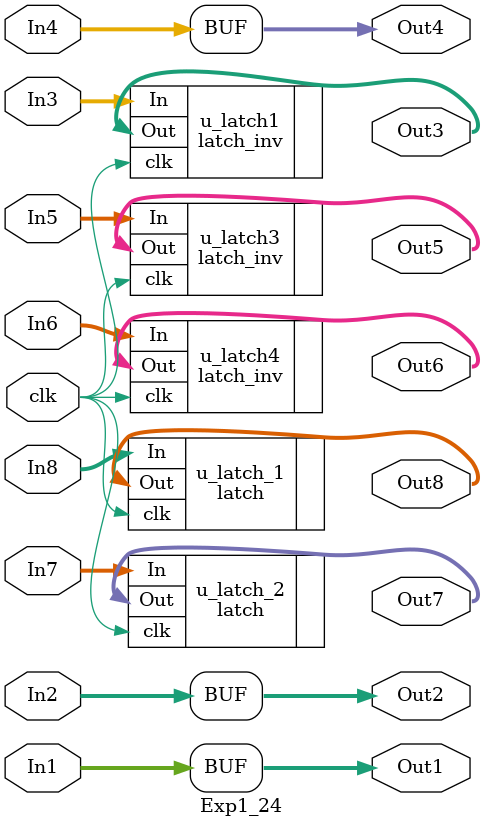
<source format=v>



`timescale 1 ns / 1 ns

module Exp1_24
          (clk,
           In1,
           In2,
           In3,
           In4,
           In5,
           In6,
           In7,
           In8,
           Out1,
           Out2,
           Out3,
           Out4,
           Out5,
           Out6,
           Out7,
           Out8);


  input   clk;
  input   [31:0] In1;  // uint32
  input   [31:0] In2;  // uint32
  input   [31:0] In3;  // uint32
  input   [31:0] In4;  // uint32
  input   [31:0] In5;  // uint32
  input   [31:0] In6;  // uint32
  input   [31:0] In7;  // uint32
  input   [31:0] In8;  // uint32
  output  [31:0] Out1;  // uint32
  output  [31:0] Out2;  // uint32
  output  [31:0] Out3;  // uint32
  output  [31:0] Out4;  // uint32
  output  [31:0] Out5;  // uint32
  output  [31:0] Out6;  // uint32
  output  [31:0] Out7;  // uint32
  output  [31:0] Out8;  // uint32


  reg [31:0] Delay9_out1;  // uint32
  reg [31:0] Delay8_out1;  // uint32
  reg [31:0] Delay1_out1;  // uint32
  reg [31:0] Delay2_out1;  // uint32
  reg [31:0] Delay3_out1;  // uint32
  reg [31:0] Delay4_out1;  // uint32


  assign Out1 = In1;

  assign Out2 = In2;

 latch_inv u_latch1 (.clk(clk),.In(In3),.Out(Out3));
 latch_inv u_latch3 (.clk(clk),.In(In5),.Out(Out5));
 latch_inv u_latch4 (.clk(clk),.In(In6),.Out(Out6));

  latch u_latch_1(.clk(clk),.In(In8),.Out(Out8));
 latch u_latch_2(.clk(clk),.In(In7),.Out(Out7));




  assign Out4 = In4;

   
endmodule  // Exp1_24


</source>
